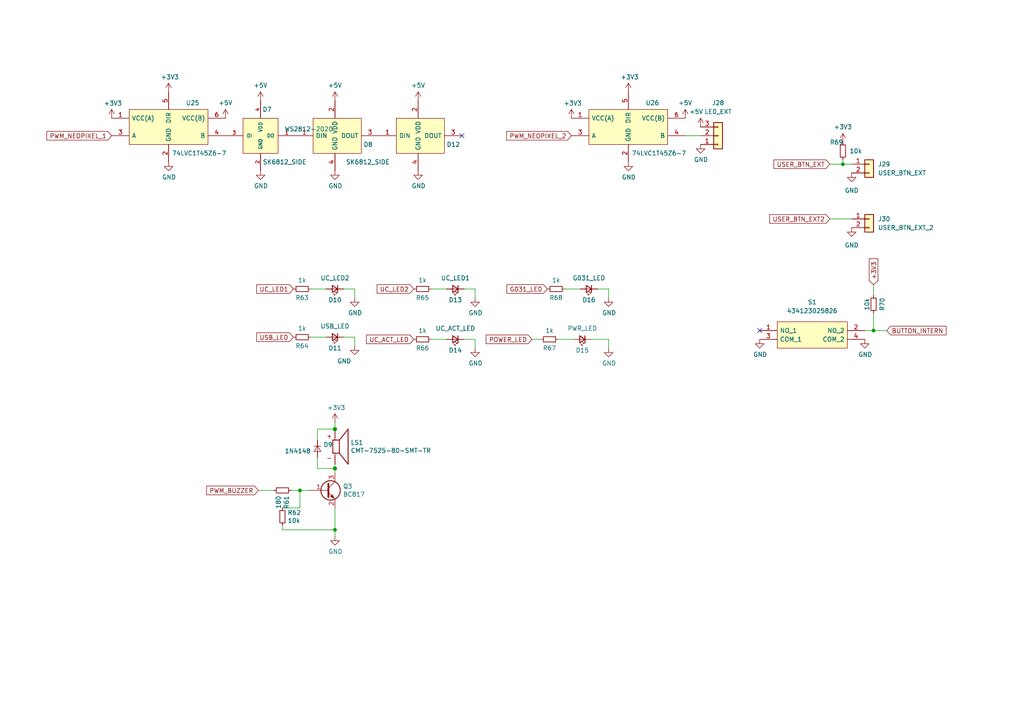
<source format=kicad_sch>
(kicad_sch (version 20231120) (generator "eeschema") (generator_version "8.0")
  (paper "A4")
  (lib_symbols
    (symbol "CMT-7525-80-SMT-TR:CMT-7525-80-SMT-TR" (pin_numbers hide) (pin_names (offset 1.016) hide)
      (property "Reference" "LS" (at -3.81 8.89 0))
      (property "Value" "CMT-7525-80-SMT-TR" (at -3.81 -10.16 0))
      (symbol "CMT-7525-80-SMT-TR_0_0"
        (polyline (pts (xy -0.635 -1.905) (xy 0 -1.905)) (stroke (width 0.254)))
        (polyline (pts (xy -0.635 1.905) (xy -0.635 -1.905)) (stroke (width 0.254)))
        (polyline (pts (xy -0.635 1.905) (xy 0 1.905)) (stroke (width 0.254)))
        (polyline (pts (xy 0 -2.54) (xy 0 -1.905)) (stroke (width 0.1524)))
        (polyline (pts (xy 0 -1.905) (xy 1.27 -1.905)) (stroke (width 0.254)))
        (polyline (pts (xy 0 1.905) (xy 1.27 1.905)) (stroke (width 0.254)))
        (polyline (pts (xy 0 2.54) (xy 0 1.905)) (stroke (width 0.1524)))
        (polyline (pts (xy 1.27 -1.905) (xy 1.27 1.905)) (stroke (width 0.254)))
        (polyline (pts (xy 1.27 -1.905) (xy 3.81 -5.08)) (stroke (width 0.254)))
        (polyline (pts (xy 1.27 1.905) (xy 3.81 5.08)) (stroke (width 0.254)))
        (polyline (pts (xy 3.81 -5.08) (xy 3.81 5.08)) (stroke (width 0.254)))
        (text "+" (at -2.54 3.81 0) (effects (font (size 1.27 1.27)) (justify left top)))
        (text "-" (at -2.54 -2.54 0) (effects (font (size 1.27 1.27)) (justify left top)))
        (pin passive line (at 0 -5.08 90) (length 2.54) (name "~") (number "N"))
        (pin passive line (at 0 5.08 270) (length 2.54) (name "~") (number "P"))
      )
    )
    (symbol "Connector_Generic:Conn_01x02" (pin_names (offset 1.016) hide)
      (property "Reference" "J" (at 0 2.54 0))
      (property "Value" "Conn_01x02" (at 0 -5.08 0))
      (symbol "Conn_01x02_1_1"
        (rectangle (start -1.27 -2.413) (end 0 -2.667) (stroke (width 0.1524)))
        (rectangle (start -1.27 0.127) (end 0 -0.127) (stroke (width 0.1524)))
        (rectangle (start -1.27 1.27) (end 1.27 -3.81) (stroke (width 0.254)) (fill (type background)))
        (pin passive line (at -5.08 0 0) (length 3.81) (name "Pin_1") (number "1"))
        (pin passive line (at -5.08 -2.54 0) (length 3.81) (name "Pin_2") (number "2"))
      )
    )
    (symbol "Connector_Generic:Conn_01x03" (pin_names (offset 1.016) hide)
      (property "Reference" "J" (at 0 5.08 0))
      (property "Value" "Conn_01x03" (at 0 -5.08 0))
      (symbol "Conn_01x03_1_1"
        (rectangle (start -1.27 -2.413) (end 0 -2.667) (stroke (width 0.1524)))
        (rectangle (start -1.27 0.127) (end 0 -0.127) (stroke (width 0.1524)))
        (rectangle (start -1.27 2.667) (end 0 2.413) (stroke (width 0.1524)))
        (rectangle (start -1.27 3.81) (end 1.27 -3.81) (stroke (width 0.254)) (fill (type background)))
        (pin passive line (at -5.08 2.54 0) (length 3.81) (name "Pin_1") (number "1"))
        (pin passive line (at -5.08 0 0) (length 3.81) (name "Pin_2") (number "2"))
        (pin passive line (at -5.08 -2.54 0) (length 3.81) (name "Pin_3") (number "3"))
      )
    )
    (symbol "Device:D_Small" (pin_numbers hide) (pin_names (offset 0.254) hide)
      (property "Reference" "D" (at -1.27 2.032 0))
      (property "Value" "D_Small" (at -3.81 -2.032 0))
      (symbol "D_Small_0_1"
        (polyline (pts (xy -0.762 -1.016) (xy -0.762 1.016)))
        (polyline (pts (xy -0.762 0) (xy 0.762 0)))
        (polyline (pts (xy 0.762 -1.016) (xy -0.762 0) (xy 0.762 1.016) (xy 0.762 -1.016)))
      )
      (symbol "D_Small_1_1"
        (pin passive line (at -2.54 0 0) (length 1.778) (name "K") (number "1"))
        (pin passive line (at 2.54 0 180) (length 1.778) (name "A") (number "2"))
      )
    )
    (symbol "Device:R_Small" (pin_numbers hide) (pin_names (offset 0.254) hide)
      (property "Reference" "R" (at 0.762 0.508 0))
      (property "Value" "R_Small" (at 0.762 -1.016 0))
      (symbol "R_Small_0_1"
        (rectangle (start -0.762 1.778) (end 0.762 -1.778) (stroke (width 0.2032)))
      )
      (symbol "R_Small_1_1"
        (pin passive line (at 0 2.54 270) (length 0.762) (name "~") (number "1"))
        (pin passive line (at 0 -2.54 90) (length 0.762) (name "~") (number "2"))
      )
    )
    (symbol "LED_Small_1" (pin_numbers hide) (pin_names (offset 0.254) hide)
      (property "Reference" "D" (at -1.27 3.175 0))
      (property "Value" "LED_Small_1" (at -4.445 -2.54 0))
      (symbol "LED_Small_1_0_1"
        (polyline (pts (xy -0.762 -1.016) (xy -0.762 1.016)) (stroke (width 0.254)))
        (polyline (pts (xy 1.016 0) (xy -0.762 0)))
        (polyline (pts (xy 0.762 -1.016) (xy -0.762 0) (xy 0.762 1.016) (xy 0.762 -1.016)) (stroke (width 0.254)))
        (polyline (pts (xy 0 0.762) (xy -0.508 1.27) (xy -0.254 1.27) (xy -0.508 1.27) (xy -0.508 1.016)))
        (polyline (pts (xy 0.508 1.27) (xy 0 1.778) (xy 0.254 1.778) (xy 0 1.778) (xy 0 1.524)))
      )
      (symbol "LED_Small_1_1_1"
        (pin passive line (at -2.54 0 0) (length 1.778) (name "K") (number "1"))
        (pin passive line (at 2.54 0 180) (length 1.778) (name "A") (number "2"))
      )
    )
    (symbol "SamacSys_Parts:74LVC1T45Z6-7" (pin_names (offset 0.762))
      (property "Reference" "IC2" (at 16.51 6.985 0))
      (property "Value" "74LVC1T45Z6-7" (at 16.51 4.445 0))
      (symbol "74LVC1T45Z6-7_0_0"
        (pin passive line (at 0 0 0) (length 5.08) (name "VCC(A)") (number "1"))
        (pin passive line (at 16.51 -12.7 90) (length 5.08) (name "GND") (number "2"))
        (pin passive line (at 0 -5.08 0) (length 5.08) (name "A") (number "3"))
        (pin passive line (at 33.02 -5.08 180) (length 5.08) (name "B") (number "4"))
        (pin passive line (at 16.51 7.62 270) (length 5.08) (name "DIR") (number "5"))
        (pin passive line (at 33.02 0 180) (length 5.08) (name "VCC(B)") (number "6"))
      )
      (symbol "74LVC1T45Z6-7_0_1"
        (polyline (pts (xy 5.08 2.54) (xy 27.94 2.54) (xy 27.94 -7.62) (xy 5.08 -7.62) (xy 5.08 2.54)) (stroke (width 0.1524)) (fill (type background)))
      )
    )
    (symbol "Transistor_BJT:BC817" (pin_names (offset 0) hide)
      (property "Reference" "Q" (at 5.08 1.905 0))
      (property "Value" "BC817" (at 5.08 0 0))
      (symbol "BC817_0_1"
        (polyline (pts (xy 0.635 0.635) (xy 2.54 2.54)))
        (polyline (pts (xy 0.635 -0.635) (xy 2.54 -2.54) (xy 2.54 -2.54)))
        (polyline (pts (xy 0.635 1.905) (xy 0.635 -1.905) (xy 0.635 -1.905)) (stroke (width 0.508)))
        (polyline (pts (xy 1.27 -1.778) (xy 1.778 -1.27) (xy 2.286 -2.286) (xy 1.27 -1.778) (xy 1.27 -1.778)) (fill (type outline)))
        (circle (center 1.27 0) (radius 2.8194) (stroke (width 0.254)))
      )
      (symbol "BC817_1_1"
        (pin input line (at -5.08 0 0) (length 5.715) (name "B") (number "1"))
        (pin passive line (at 2.54 -5.08 90) (length 2.54) (name "E") (number "2"))
        (pin passive line (at 2.54 5.08 270) (length 2.54) (name "C") (number "3"))
      )
    )
    (symbol "WS2812-2020:WS2812-2020" (pin_names (offset 1.016))
      (property "Reference" "U8" (at 0 11.43 0))
      (property "Value" "WS2812-2020" (at 0 8.89 0))
      (symbol "WS2812-2020_0_0"
        (pin output line (at 5.08 0 180) (length 5.08) (name "DO") (number "1"))
        (pin power_in line (at -5.08 -10.16 90) (length 5.08) (name "GND") (number "2"))
        (pin input line (at -15.24 0 0) (length 5.08) (name "DI") (number "3"))
        (pin power_in line (at -5.08 10.16 270) (length 5.08) (name "VDD") (number "4"))
      )
      (symbol "WS2812-2020_0_1"
        (rectangle (start -10.16 5.08) (end 0 -5.08) (stroke (width 0.1524)) (fill (type background)))
      )
    )
    (symbol "downloaded_parts:434123025826" (pin_names (offset 0.762))
      (property "Reference" "S1" (at 15.24 7.62 0))
      (property "Value" "434123025826" (at 15.24 5.08 0))
      (symbol "434123025826_0_0"
        (pin passive line (at 0 0 0) (length 5.08) (name "NO_1") (number "1"))
        (pin passive line (at 30.48 0 180) (length 5.08) (name "NO_2") (number "2"))
        (pin passive line (at 0 -2.54 0) (length 5.08) (name "COM_1") (number "3"))
        (pin passive line (at 30.48 -2.54 180) (length 5.08) (name "COM_2") (number "4"))
      )
      (symbol "434123025826_0_1"
        (polyline (pts (xy 5.08 2.54) (xy 25.4 2.54) (xy 25.4 -5.08) (xy 5.08 -5.08) (xy 5.08 2.54)) (stroke (width 0.1524)) (fill (type background)))
      )
    )
    (symbol "downloaded_parts:SK6812_SIDE" (pin_names (offset 0.762))
      (property "Reference" "IC8" (at 19.685 -2.5399 0))
      (property "Value" "SK6812_SIDE" (at 19.685 -5.0799 0))
      (symbol "SK6812_SIDE_0_0"
        (pin passive line (at 0 0 0) (length 5.08) (name "DIN") (number "1"))
        (pin passive line (at 11.43 10.16 270) (length 5.08) (name "VDD") (number "2"))
        (pin passive line (at 24.13 0 180) (length 5.08) (name "DOUT") (number "3"))
        (pin passive line (at 11.43 -10.16 90) (length 5.08) (name "GND") (number "4"))
      )
      (symbol "SK6812_SIDE_0_1"
        (polyline (pts (xy 5.08 5.08) (xy 19.05 5.08) (xy 19.05 -5.08) (xy 5.08 -5.08) (xy 5.08 5.08)) (stroke (width 0.1524)) (fill (type background)))
      )
    )
    (symbol "power:+3.3V" (power) (pin_names (offset 0))
      (property "Value" "+3.3V" (at 0 3.556 0))
      (symbol "+3.3V_0_1"
        (polyline (pts (xy -0.762 1.27) (xy 0 2.54)))
        (polyline (pts (xy 0 0) (xy 0 2.54)))
        (polyline (pts (xy 0 2.54) (xy 0.762 1.27)))
      )
      (symbol "+3.3V_1_1"
        (pin power_in line (at 0 0 90) (length 0) hide (name "+3V3") (number "1"))
      )
    )
    (symbol "power:+3V3" (power) (pin_names (offset 0))
      (property "Value" "+3V3" (at 0 3.556 0))
      (symbol "+3V3_0_1"
        (polyline (pts (xy -0.762 1.27) (xy 0 2.54)))
        (polyline (pts (xy 0 0) (xy 0 2.54)))
        (polyline (pts (xy 0 2.54) (xy 0.762 1.27)))
      )
      (symbol "+3V3_1_1"
        (pin power_in line (at 0 0 90) (length 0) hide (name "+3V3") (number "1"))
      )
    )
    (symbol "power:+5V" (power) (pin_names (offset 0))
      (property "Value" "+5V" (at 0 3.556 0))
      (symbol "+5V_0_1"
        (polyline (pts (xy -0.762 1.27) (xy 0 2.54)))
        (polyline (pts (xy 0 0) (xy 0 2.54)))
        (polyline (pts (xy 0 2.54) (xy 0.762 1.27)))
      )
      (symbol "+5V_1_1"
        (pin power_in line (at 0 0 90) (length 0) hide (name "+5V") (number "1"))
      )
    )
    (symbol "power:GND" (power) (pin_names (offset 0))
      (property "Value" "GND" (at 0 -3.81 0))
      (symbol "GND_0_1"
        (polyline (pts (xy 0 0) (xy 0 -1.27) (xy 1.27 -1.27) (xy 0 -2.54) (xy -1.27 -1.27) (xy 0 -1.27)))
      )
      (symbol "GND_1_1"
        (pin power_in line (at 0 0 270) (length 0) hide (name "GND") (number "1"))
      )
    )
  )
  (junction (at 97.155 135.89) (diameter 1.016))
  (junction (at 97.155 153.67))
  (junction (at 244.475 47.625))
  (junction (at 86.995 142.24))
  (junction (at 253.365 95.885))
  (junction (at 97.155 124.46) (diameter 1.016))
  (no_connect (at 220.345 95.885))
  (no_connect (at 133.985 39.37))
  (wire (pts (xy 102.87 100.33) (xy 102.87 97.79)))
  (wire (pts (xy 154.305 98.425) (xy 156.845 98.425)))
  (wire (pts (xy 97.155 135.89) (xy 97.155 137.16)))
  (wire (pts (xy 97.155 122.555) (xy 97.155 124.46)))
  (wire (pts (xy 86.995 147.32) (xy 86.995 142.24)))
  (wire (pts (xy 198.755 39.37) (xy 203.2 39.37)))
  (wire (pts (xy 137.795 83.82) (xy 134.62 83.82)))
  (wire (pts (xy 97.155 134.62) (xy 97.155 135.89)))
  (wire (pts (xy 92.075 132.715) (xy 92.075 135.89)))
  (wire (pts (xy 240.665 63.5) (xy 247.015 63.5)))
  (wire (pts (xy 86.995 142.24) (xy 89.535 142.24)))
  (wire (pts (xy 97.155 155.575) (xy 97.155 153.67)))
  (wire (pts (xy 81.915 153.67) (xy 97.155 153.67)))
  (wire (pts (xy 253.365 82.55) (xy 253.365 85.725)))
  (wire (pts (xy 81.915 147.32) (xy 86.995 147.32)))
  (wire (pts (xy 97.155 153.67) (xy 97.155 147.32)))
  (wire (pts (xy 250.825 95.885) (xy 253.365 95.885)))
  (wire (pts (xy 176.53 86.36) (xy 176.53 83.82)))
  (wire (pts (xy 137.795 86.36) (xy 137.795 83.82)))
  (wire (pts (xy 102.87 83.82) (xy 99.695 83.82)))
  (wire (pts (xy 163.83 83.82) (xy 168.275 83.82)))
  (wire (pts (xy 253.365 95.885) (xy 257.175 95.885)))
  (wire (pts (xy 176.53 83.82) (xy 173.355 83.82)))
  (wire (pts (xy 84.455 142.24) (xy 86.995 142.24)))
  (wire (pts (xy 81.915 152.4) (xy 81.915 153.67)))
  (wire (pts (xy 90.17 97.79) (xy 94.615 97.79)))
  (wire (pts (xy 125.095 98.425) (xy 129.54 98.425)))
  (wire (pts (xy 253.365 90.805) (xy 253.365 95.885)))
  (wire (pts (xy 176.53 98.425) (xy 176.53 100.965)))
  (wire (pts (xy 244.475 47.625) (xy 247.015 47.625)))
  (wire (pts (xy 137.795 100.965) (xy 137.795 98.425)))
  (wire (pts (xy 137.795 98.425) (xy 134.62 98.425)))
  (wire (pts (xy 102.87 97.79) (xy 99.695 97.79)))
  (wire (pts (xy 97.155 135.89) (xy 92.075 135.89)))
  (wire (pts (xy 92.075 127.635) (xy 92.075 124.46)))
  (wire (pts (xy 244.475 46.355) (xy 244.475 47.625)))
  (wire (pts (xy 171.45 98.425) (xy 176.53 98.425)))
  (wire (pts (xy 240.665 47.625) (xy 244.475 47.625)))
  (wire (pts (xy 102.87 86.36) (xy 102.87 83.82)))
  (wire (pts (xy 161.925 98.425) (xy 166.37 98.425)))
  (wire (pts (xy 92.075 124.46) (xy 97.155 124.46)))
  (wire (pts (xy 74.93 142.24) (xy 79.375 142.24)))
  (wire (pts (xy 90.17 83.82) (xy 94.615 83.82)))
  (wire (pts (xy 125.095 83.82) (xy 129.54 83.82)))
  (global_label "PWM_NEOPIXEL_2" (shape input) (at 165.735 39.37 180) (property "Intersheetrefs" "${INTERSHEET_REFS}" (effects (hide yes))))
  (global_label "USER_BTN_EXT" (shape input) (at 240.665 47.625 180) (property "Intersheetrefs" "${INTERSHEET_REFS}" (effects (hide yes))))
  (global_label "POWER_LED" (shape input) (at 154.305 98.425 180) (property "Intersheetrefs" "${INTERSHEET_REFS}" (effects (hide yes))))
  (global_label "UC_LED1" (shape input) (at 85.09 83.82 180) (property "Intersheetrefs" "${INTERSHEET_REFS}" (effects (hide yes))))
  (global_label "BUTTON_INTERN" (shape input) (at 257.175 95.885 0) (property "Intersheetrefs" "${INTERSHEET_REFS}" (effects (hide yes))))
  (global_label "G031_LED" (shape input) (at 158.75 83.82 180) (property "Intersheetrefs" "${INTERSHEET_REFS}" (effects (hide yes))))
  (global_label "PWM_BUZZER" (shape input) (at 74.93 142.24 180) (property "Intersheetrefs" "${INTERSHEET_REFS}" (effects (hide yes))))
  (global_label "UC_ACT_LED" (shape input) (at 120.015 98.425 180) (property "Intersheetrefs" "${INTERSHEET_REFS}" (effects (hide yes))))
  (global_label "USB_LED" (shape input) (at 85.09 97.79 180) (property "Intersheetrefs" "${INTERSHEET_REFS}" (effects (hide yes))))
  (global_label "USER_BTN_EXT2" (shape input) (at 240.665 63.5 180) (property "Intersheetrefs" "${INTERSHEET_REFS}" (effects (hide yes))))
  (global_label "+3V3" (shape input) (at 253.365 82.55 90) (property "Intersheetrefs" "${INTERSHEET_REFS}" (effects (hide yes))))
  (global_label "UC_LED2" (shape input) (at 120.015 83.82 180) (property "Intersheetrefs" "${INTERSHEET_REFS}" (effects (hide yes))))
  (global_label "PWM_NEOPIXEL_1" (shape input) (at 32.385 39.37 180) (property "Intersheetrefs" "${INTERSHEET_REFS}" (effects (hide yes))))
  (symbol (lib_name "LED_Small_1") (lib_id "Device:LED_Small") (at 132.08 98.425 180) (unit 1)
    (property "Reference" "D14" (at 132.08 101.6 0))
    (property "Value" "UC_ACT_LED" (at 132.08 95.25 0))
    (property "Footprint" "LED_SMD:LED_0603_1608Metric" (effects (hide yes)))
  )
  (symbol (lib_id "power:+5V") (at 97.155 29.21 0) (unit 1)
    (property "Reference" "#PWR0170" (effects (hide yes)))
    (property "Value" "+5V" (at 97.155 24.765 0))
  )
  (symbol (lib_id "Connector_Generic:Conn_01x02") (at 252.095 63.5 0) (unit 1)
    (property "Reference" "J30" (at 254.635 63.4999 0) (effects (justify left)))
    (property "Value" "USER_BTN_EXT_2" (at 254.635 66.04 0) (effects (justify left)))
    (property "Footprint" "Connector_JST:JST_GH_BM02B-GHS-TBT_1x02-1MP_P1.25mm_Vertical" (effects (hide yes)))
  )
  (symbol (lib_id "Device:R_Small") (at 244.475 43.815 0) (unit 1)
    (property "Reference" "R69" (at 240.665 41.275 0) (effects (justify left)))
    (property "Value" "10k" (at 246.38 43.815 0) (effects (justify left)))
    (property "Footprint" "Resistor_SMD:R_0603_1608Metric" (effects (hide yes)))
  )
  (symbol (lib_id "power:GND") (at 220.345 98.425 0) (unit 1)
    (property "Reference" "#PWR0188" (effects (hide yes)))
    (property "Value" "GND" (at 220.472 102.8192 0))
  )
  (symbol (lib_id "power:+3V3") (at 165.735 34.29 0) (unit 1)
    (property "Reference" "#PWR0180" (effects (hide yes)))
    (property "Value" "+3V3" (at 166.1033 29.9656 0))
  )
  (symbol (lib_id "Device:R_Small") (at 122.555 98.425 90) (unit 1)
    (property "Reference" "R66" (at 122.555 100.965 90))
    (property "Value" "1k" (at 122.555 95.885 90))
    (property "Footprint" "Resistor_SMD:R_0603_1608Metric" (effects (hide yes)))
  )
  (symbol (lib_id "power:+3V3") (at 97.155 122.555 0) (unit 1)
    (property "Reference" "#PWR0172" (effects (hide yes)))
    (property "Value" "+3V3" (at 97.5233 118.2306 0))
  )
  (symbol (lib_id "power:GND") (at 102.87 100.33 0) (unit 1)
    (property "Reference" "#PWR0175" (effects (hide yes)))
    (property "Value" "GND" (at 99.822 104.7242 0))
  )
  (symbol (lib_id "Device:R_Small") (at 87.63 83.82 90) (unit 1)
    (property "Reference" "R63" (at 87.63 86.36 90))
    (property "Value" "1k" (at 87.63 81.28 90))
    (property "Footprint" "Resistor_SMD:R_0603_1608Metric" (effects (hide yes)))
  )
  (symbol (lib_id "power:+3V3") (at 32.385 34.29 0) (unit 1)
    (property "Reference" "#PWR0164" (effects (hide yes)))
    (property "Value" "+3V3" (at 32.7533 29.9656 0))
  )
  (symbol (lib_id "power:GND") (at 182.245 46.99 0) (unit 1)
    (property "Reference" "#PWR0184" (effects (hide yes)))
    (property "Value" "GND" (at 182.372 51.3842 0))
  )
  (symbol (lib_id "SamacSys_Parts:74LVC1T45Z6-7") (at 32.385 34.29 0) (unit 1)
    (property "Reference" "U25" (at 55.88 29.845 0))
    (property "Value" "74LVC1T45Z6-7" (at 57.785 44.45 0))
    (property "Footprint" "Package_TO_SOT_SMD:SOT-563" (effects (hide yes)))
    (property "Datasheet" "https://www.diodes.com/assets/Datasheets/74LVC1T45.pdf" (effects (hide yes)))
    (property "Description" "Translation - Voltage Levels Sgl Bit 1 Gate 5.5V 24mA 16uA 3 State" (effects (hide yes)))
    (property "Height" "0.6" (effects (hide yes)))
    (property "Mouser Part Number" "621-74LVC1T45Z6-7" (effects (hide yes)))
    (property "Mouser Price/Stock" "https://www.mouser.co.uk/ProductDetail/Diodes-Incorporated/74LVC1T45Z6-7?qs=Oxncjon6mbri043VV7aCkA%3D%3D" (effects (hide yes)))
    (property "Manufacturer_Name" "Diodes Inc." (effects (hide yes)))
    (property "Manufacturer_Part_Number" "74LVC1T45Z6-7" (effects (hide yes)))
  )
  (symbol (lib_id "power:+5V") (at 198.755 34.29 0) (unit 1)
    (property "Reference" "#PWR0185" (effects (hide yes)))
    (property "Value" "+5V" (at 198.755 29.845 0))
  )
  (symbol (lib_name "LED_Small_1") (lib_id "Device:LED_Small") (at 97.155 83.82 180) (unit 1)
    (property "Reference" "D10" (at 97.155 86.995 0))
    (property "Value" "UC_LED2" (at 97.155 80.645 0))
    (property "Footprint" "LED_SMD:LED_0603_1608Metric" (effects (hide yes)))
  )
  (symbol (lib_id "power:GND") (at 137.795 100.965 0) (unit 1)
    (property "Reference" "#PWR0179" (effects (hide yes)))
    (property "Value" "GND" (at 137.922 105.3592 0))
  )
  (symbol (lib_id "power:+3V3") (at 48.895 26.67 0) (unit 1)
    (property "Reference" "#PWR0165" (effects (hide yes)))
    (property "Value" "+3V3" (at 49.2633 22.3456 0))
  )
  (symbol (lib_id "Device:R_Small") (at 161.29 83.82 90) (unit 1)
    (property "Reference" "R68" (at 161.29 86.36 90))
    (property "Value" "1k" (at 161.29 81.28 90))
    (property "Footprint" "Resistor_SMD:R_0402_1005Metric" (effects (hide yes)))
  )
  (symbol (lib_id "power:GND") (at 176.53 86.36 0) (unit 1)
    (property "Reference" "#PWR0181" (effects (hide yes)))
    (property "Value" "GND" (at 176.657 90.7542 0))
  )
  (symbol (lib_id "downloaded_parts:SK6812_SIDE") (at 109.855 39.37 0) (unit 1)
    (property "Reference" "D12" (at 129.54 41.9099 0) (effects (justify left)))
    (property "Value" "SK6812_SIDE" (at 100.33 46.99 0) (effects (justify left)))
    (property "Footprint" "downloaded_parts:SK6812SIDE" (effects (hide yes)))
    (property "Datasheet" "https://drive.google.com/file/d/1ogB9Ikb2NH7tOdPVDoBaHqeA7tHurhhe/view?usp=sharing" (effects (hide yes)))
    (property "Description" "SK6812 SIDE/SK6805 SIDE is a smart LED control circuit" (effects (hide yes)))
    (property "Height" "2.05" (effects (hide yes)))
    (property "Manufacturer_Name" "Shenzhen Normand Electronic" (effects (hide yes)))
    (property "Manufacturer_Part_Number" "SK6812 SIDE" (effects (hide yes)))
  )
  (symbol (lib_id "Device:R_Small") (at 253.365 88.265 0) (unit 1)
    (property "Reference" "R70" (at 255.905 88.265 90))
    (property "Value" "10k" (at 251.46 88.265 90))
    (property "Footprint" "Resistor_SMD:R_0603_1608Metric" (effects (hide yes)))
  )
  (symbol (lib_id "Transistor_BJT:BC817") (at 94.615 142.24 0) (unit 1)
    (property "Reference" "Q3" (at 99.4664 141.0716 0) (effects (justify left)))
    (property "Value" "BC817" (at 99.4664 143.383 0) (effects (justify left)))
    (property "Footprint" "Package_TO_SOT_SMD:SOT-323_SC-70" (effects (hide yes)))
    (property "Datasheet" "http://www.fairchildsemi.com/ds/BC/BC817.pdf" (effects (hide yes)))
  )
  (symbol (lib_id "power:+3.3V") (at 244.475 41.275 0) (unit 1)
    (property "Reference" "#PWR0189" (effects (hide yes)))
    (property "Value" "+3V3" (at 244.475 36.83 0))
  )
  (symbol (lib_id "Device:R_Small") (at 81.915 149.86 0) (unit 1)
    (property "Reference" "R62" (at 83.4136 148.6916 0) (effects (justify left)))
    (property "Value" "10k" (at 83.4136 151.003 0) (effects (justify left)))
    (property "Footprint" "Resistor_SMD:R_0603_1608Metric" (effects (hide yes)))
  )
  (symbol (lib_id "SamacSys_Parts:74LVC1T45Z6-7") (at 165.735 34.29 0) (unit 1)
    (property "Reference" "U26" (at 189.23 29.845 0))
    (property "Value" "74LVC1T45Z6-7" (at 191.135 44.45 0))
    (property "Footprint" "Package_TO_SOT_SMD:SOT-563" (effects (hide yes)))
    (property "Datasheet" "https://www.diodes.com/assets/Datasheets/74LVC1T45.pdf" (effects (hide yes)))
    (property "Description" "Translation - Voltage Levels Sgl Bit 1 Gate 5.5V 24mA 16uA 3 State" (effects (hide yes)))
    (property "Height" "0.6" (effects (hide yes)))
    (property "Mouser Part Number" "621-74LVC1T45Z6-7" (effects (hide yes)))
    (property "Mouser Price/Stock" "https://www.mouser.co.uk/ProductDetail/Diodes-Incorporated/74LVC1T45Z6-7?qs=Oxncjon6mbri043VV7aCkA%3D%3D" (effects (hide yes)))
    (property "Manufacturer_Name" "Diodes Inc." (effects (hide yes)))
    (property "Manufacturer_Part_Number" "74LVC1T45Z6-7" (effects (hide yes)))
  )
  (symbol (lib_id "WS2812-2020:WS2812-2020") (at 80.645 39.37 0) (unit 1)
    (property "Reference" "D7" (at 77.47 31.75 0))
    (property "Value" "WS2812-2020" (at 89.535 37.4396 0))
    (property "Footprint" "neopixel:ws2812_2020" (effects (hide yes)))
    (property "MANUFACTURER" "Worldsemi" (effects (hide yes)))
    (property "STANDARD" "Manufacturer Recommendations" (effects (hide yes)))
  )
  (symbol (lib_id "CMT-7525-80-SMT-TR:CMT-7525-80-SMT-TR") (at 97.155 129.54 0) (unit 1)
    (property "Reference" "LS1" (at 101.7016 128.3716 0) (effects (justify left)))
    (property "Value" "CMT-7525-80-SMT-TR" (at 101.7016 130.683 0) (effects (justify left)))
    (property "Footprint" "downloaded_parts:XDCR_CMT-7525-80-SMT-TR" (effects (hide yes)))
    (property "Field4" "Manufacturer Recommendations" (effects (hide yes)))
    (property "Field5" "N/A" (effects (hide yes)))
    (property "Field6" "CUI Inc." (effects (hide yes)))
  )
  (symbol (lib_id "power:GND") (at 97.155 49.53 0) (unit 1)
    (property "Reference" "#PWR0171" (effects (hide yes)))
    (property "Value" "GND" (at 97.282 53.9242 0))
  )
  (symbol (lib_id "power:GND") (at 247.015 66.04 0) (unit 1)
    (property "Reference" "#PWR0191" (effects (hide yes)))
    (property "Value" "GND" (at 247.015 71.12 0))
  )
  (symbol (lib_id "Connector_Generic:Conn_01x02") (at 252.095 47.625 0) (unit 1)
    (property "Reference" "J29" (at 254.635 47.6249 0) (effects (justify left)))
    (property "Value" "USER_BTN_EXT" (at 254.635 50.165 0) (effects (justify left)))
    (property "Footprint" "Connector_JST:JST_GH_BM02B-GHS-TBT_1x02-1MP_P1.25mm_Vertical" (effects (hide yes)))
  )
  (symbol (lib_id "power:+5V") (at 65.405 34.29 0) (unit 1)
    (property "Reference" "#PWR0167" (effects (hide yes)))
    (property "Value" "+5V" (at 65.405 29.845 0))
  )
  (symbol (lib_id "power:GND") (at 247.015 50.165 0) (unit 1)
    (property "Reference" "#PWR0190" (effects (hide yes)))
    (property "Value" "GND" (at 247.015 55.245 0))
  )
  (symbol (lib_id "power:GND") (at 75.565 49.53 0) (unit 1)
    (property "Reference" "#PWR0169" (effects (hide yes)))
    (property "Value" "GND" (at 75.692 53.9242 0))
  )
  (symbol (lib_id "power:GND") (at 176.53 100.965 0) (unit 1)
    (property "Reference" "#PWR0182" (effects (hide yes)))
    (property "Value" "GND" (at 176.657 105.3592 0))
  )
  (symbol (lib_id "power:+5V") (at 121.285 29.21 0) (unit 1)
    (property "Reference" "#PWR0176" (effects (hide yes)))
    (property "Value" "+5V" (at 121.285 24.765 0))
  )
  (symbol (lib_id "downloaded_parts:SK6812_SIDE") (at 85.725 39.37 0) (unit 1)
    (property "Reference" "D8" (at 105.41 41.9099 0) (effects (justify left)))
    (property "Value" "SK6812_SIDE" (at 76.2 46.99 0) (effects (justify left)))
    (property "Footprint" "downloaded_parts:SK6812SIDE" (effects (hide yes)))
    (property "Datasheet" "https://drive.google.com/file/d/1ogB9Ikb2NH7tOdPVDoBaHqeA7tHurhhe/view?usp=sharing" (effects (hide yes)))
    (property "Description" "SK6812 SIDE/SK6805 SIDE is a smart LED control circuit" (effects (hide yes)))
    (property "Height" "2.05" (effects (hide yes)))
    (property "Manufacturer_Name" "Shenzhen Normand Electronic" (effects (hide yes)))
    (property "Manufacturer_Part_Number" "SK6812 SIDE" (effects (hide yes)))
  )
  (symbol (lib_id "power:+5V") (at 203.2 36.83 0) (unit 1)
    (property "Reference" "#PWR0186" (effects (hide yes)))
    (property "Value" "+5V" (at 201.93 32.385 0))
  )
  (symbol (lib_name "LED_Small_1") (lib_id "Device:LED_Small") (at 132.08 83.82 180) (unit 1)
    (property "Reference" "D13" (at 132.08 86.995 0))
    (property "Value" "UC_LED1" (at 132.08 80.645 0))
    (property "Footprint" "LED_SMD:LED_0603_1608Metric" (effects (hide yes)))
  )
  (symbol (lib_name "LED_Small_1") (lib_id "Device:LED_Small") (at 168.91 98.425 180) (unit 1)
    (property "Reference" "D15" (at 168.91 101.6 0))
    (property "Value" "PWR_LED" (at 168.91 95.25 0))
    (property "Footprint" "LED_SMD:LED_0603_1608Metric" (effects (hide yes)))
  )
  (symbol (lib_id "downloaded_parts:434123025826") (at 220.345 95.885 0) (unit 1)
    (property "Reference" "S1" (at 235.585 87.63 0))
    (property "Value" "434123025826" (at 235.585 90.17 0))
    (property "Footprint" "downloaded_parts:434123025826" (effects (hide yes)))
    (property "Datasheet" "https://www.we-online.com/catalog/datasheet/434123025826.pdf" (effects (hide yes)))
    (property "Description" "TACT SWITCH 4.2X3.2MM VERTICAL T" (effects (hide yes)))
    (property "Height" "2.7" (effects (hide yes)))
    (property "Manufacturer_Name" "Wurth Elektronik" (effects (hide yes)))
    (property "Manufacturer_Part_Number" "434123025826" (effects (hide yes)))
  )
  (symbol (lib_id "Device:D_Small") (at 92.075 130.175 270) (unit 1)
    (property "Reference" "D9" (at 93.8022 129.0066 90) (effects (justify left)))
    (property "Value" "1N4148" (at 82.55 130.81 90) (effects (justify left)))
    (property "Footprint" "Diode_SMD:D_SOD-323F" (effects (hide yes)))
  )
  (symbol (lib_id "Connector_Generic:Conn_01x03") (at 208.28 39.37 0) (mirror x) (unit 1)
    (property "Reference" "J28" (at 208.28 29.845 0))
    (property "Value" "LED_EXT" (at 208.28 32.385 0))
    (property "Footprint" "Connector_JST:JST_GH_BM03B-GHS-TBT_1x03-1MP_P1.25mm_Vertical" (effects (hide yes)))
  )
  (symbol (lib_id "power:GND") (at 121.285 49.53 0) (unit 1)
    (property "Reference" "#PWR0177" (effects (hide yes)))
    (property "Value" "GND" (at 121.412 53.9242 0))
  )
  (symbol (lib_name "LED_Small_1") (lib_id "Device:LED_Small") (at 170.815 83.82 180) (unit 1)
    (property "Reference" "D16" (at 170.815 86.995 0))
    (property "Value" "G031_LED" (at 170.815 80.645 0))
    (property "Footprint" "LED_SMD:LED_0603_1608Metric" (effects (hide yes)))
  )
  (symbol (lib_id "power:+5V") (at 75.565 29.21 0) (unit 1)
    (property "Reference" "#PWR0168" (effects (hide yes)))
    (property "Value" "+5V" (at 75.565 24.765 0))
  )
  (symbol (lib_id "power:GND") (at 137.795 86.36 0) (unit 1)
    (property "Reference" "#PWR0178" (effects (hide yes)))
    (property "Value" "GND" (at 137.922 90.7542 0))
  )
  (symbol (lib_id "power:GND") (at 203.2 41.91 0) (unit 1)
    (property "Reference" "#PWR0187" (effects (hide yes)))
    (property "Value" "GND" (at 203.327 46.3042 0))
  )
  (symbol (lib_id "power:+3V3") (at 182.245 26.67 0) (unit 1)
    (property "Reference" "#PWR0183" (effects (hide yes)))
    (property "Value" "+3V3" (at 182.6133 22.3456 0))
  )
  (symbol (lib_id "Device:R_Small") (at 81.915 142.24 270) (unit 1)
    (property "Reference" "R61" (at 83.0834 143.7386 0) (effects (justify left)))
    (property "Value" "180" (at 80.772 143.7386 0) (effects (justify left)))
    (property "Footprint" "Resistor_SMD:R_0603_1608Metric" (effects (hide yes)))
  )
  (symbol (lib_id "Device:R_Small") (at 122.555 83.82 90) (unit 1)
    (property "Reference" "R65" (at 122.555 86.36 90))
    (property "Value" "1k" (at 122.555 81.28 90))
    (property "Footprint" "Resistor_SMD:R_0603_1608Metric" (effects (hide yes)))
  )
  (symbol (lib_id "power:GND") (at 102.87 86.36 0) (unit 1)
    (property "Reference" "#PWR0174" (effects (hide yes)))
    (property "Value" "GND" (at 102.997 90.7542 0))
  )
  (symbol (lib_id "Device:R_Small") (at 159.385 98.425 90) (unit 1)
    (property "Reference" "R67" (at 159.385 100.965 90))
    (property "Value" "1k" (at 159.385 95.885 90))
    (property "Footprint" "Resistor_SMD:R_0603_1608Metric" (effects (hide yes)))
  )
  (symbol (lib_id "Device:R_Small") (at 87.63 97.79 90) (unit 1)
    (property "Reference" "R64" (at 87.63 100.33 90))
    (property "Value" "1k" (at 87.63 95.25 90))
    (property "Footprint" "Resistor_SMD:R_0402_1005Metric" (effects (hide yes)))
  )
  (symbol (lib_id "power:GND") (at 97.155 155.575 0) (unit 1)
    (property "Reference" "#PWR0173" (effects (hide yes)))
    (property "Value" "GND" (at 97.282 159.9692 0))
  )
  (symbol (lib_id "power:GND") (at 48.895 46.99 0) (unit 1)
    (property "Reference" "#PWR0166" (effects (hide yes)))
    (property "Value" "GND" (at 49.022 51.3842 0))
  )
  (symbol (lib_id "power:GND") (at 250.825 98.425 0) (unit 1)
    (property "Reference" "#PWR0192" (effects (hide yes)))
    (property "Value" "GND" (at 250.952 102.8192 0))
  )
  (symbol (lib_name "LED_Small_1") (lib_id "Device:LED_Small") (at 97.155 97.79 180) (unit 1)
    (property "Reference" "D11" (at 97.155 100.965 0))
    (property "Value" "USB_LED" (at 97.155 94.615 0))
    (property "Footprint" "LED_SMD:LED_0603_1608Metric" (effects (hide yes)))
  )
)
</source>
